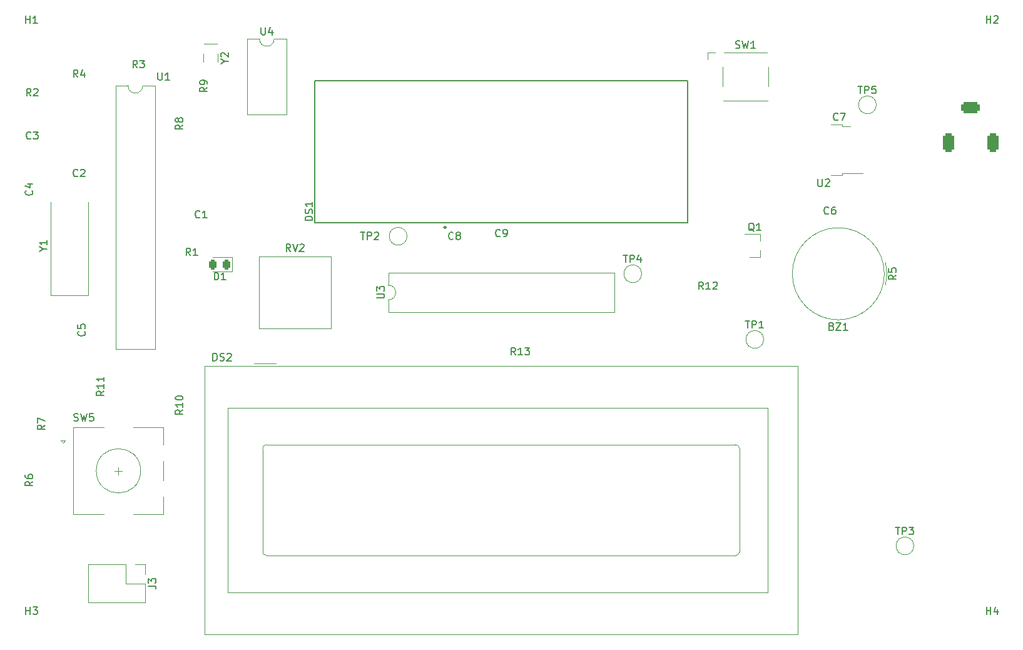
<source format=gbr>
%TF.GenerationSoftware,KiCad,Pcbnew,(6.0.5-0)*%
%TF.CreationDate,2022-07-22T21:53:24-07:00*%
%TF.ProjectId,Gitclock,47697463-6c6f-4636-9b2e-6b696361645f,rev?*%
%TF.SameCoordinates,PX4c4db10PY8b48bd0*%
%TF.FileFunction,Legend,Top*%
%TF.FilePolarity,Positive*%
%FSLAX46Y46*%
G04 Gerber Fmt 4.6, Leading zero omitted, Abs format (unit mm)*
G04 Created by KiCad (PCBNEW (6.0.5-0)) date 2022-07-22 21:53:24*
%MOMM*%
%LPD*%
G01*
G04 APERTURE LIST*
G04 Aperture macros list*
%AMRoundRect*
0 Rectangle with rounded corners*
0 $1 Rounding radius*
0 $2 $3 $4 $5 $6 $7 $8 $9 X,Y pos of 4 corners*
0 Add a 4 corners polygon primitive as box body*
4,1,4,$2,$3,$4,$5,$6,$7,$8,$9,$2,$3,0*
0 Add four circle primitives for the rounded corners*
1,1,$1+$1,$2,$3*
1,1,$1+$1,$4,$5*
1,1,$1+$1,$6,$7*
1,1,$1+$1,$8,$9*
0 Add four rect primitives between the rounded corners*
20,1,$1+$1,$2,$3,$4,$5,0*
20,1,$1+$1,$4,$5,$6,$7,0*
20,1,$1+$1,$6,$7,$8,$9,0*
20,1,$1+$1,$8,$9,$2,$3,0*%
G04 Aperture macros list end*
%ADD10C,0.150000*%
%ADD11C,0.120000*%
%ADD12C,0.250000*%
%ADD13C,3.200000*%
%ADD14R,2.200000X1.200000*%
%ADD15R,6.400000X5.800000*%
%ADD16R,1.600000X1.600000*%
%ADD17O,1.600000X1.600000*%
%ADD18C,3.000000*%
%ADD19R,1.800000X2.600000*%
%ADD20O,1.800000X2.600000*%
%ADD21R,1.150000X1.400000*%
%ADD22R,1.400000X1.150000*%
%ADD23R,2.000000X4.500000*%
%ADD24R,1.700000X1.700000*%
%ADD25O,1.700000X1.700000*%
%ADD26C,2.000000*%
%ADD27C,1.440000*%
%ADD28R,2.000000X2.000000*%
%ADD29R,1.600000X1.400000*%
%ADD30R,0.900000X0.800000*%
%ADD31R,1.800000X1.000000*%
%ADD32R,1.400000X1.400000*%
%ADD33C,1.400000*%
%ADD34RoundRect,0.243750X0.243750X0.456250X-0.243750X0.456250X-0.243750X-0.456250X0.243750X-0.456250X0*%
%ADD35RoundRect,0.400000X-0.400000X0.900000X-0.400000X-0.900000X0.400000X-0.900000X0.400000X0.900000X0*%
%ADD36RoundRect,0.400000X-0.900000X0.400000X-0.900000X-0.400000X0.900000X-0.400000X0.900000X0.400000X0*%
%ADD37R,3.000000X3.000000*%
G04 APERTURE END LIST*
D10*
%TO.C,H4*%
X134228095Y9797620D02*
X134228095Y10797620D01*
X134228095Y10321429D02*
X134799523Y10321429D01*
X134799523Y9797620D02*
X134799523Y10797620D01*
X135704285Y10464286D02*
X135704285Y9797620D01*
X135466190Y10845239D02*
X135228095Y10130953D01*
X135847142Y10130953D01*
%TO.C,U2*%
X111423095Y68692620D02*
X111423095Y67883096D01*
X111470714Y67787858D01*
X111518333Y67740239D01*
X111613571Y67692620D01*
X111804047Y67692620D01*
X111899285Y67740239D01*
X111946904Y67787858D01*
X111994523Y67883096D01*
X111994523Y68692620D01*
X112423095Y68597381D02*
X112470714Y68645000D01*
X112565952Y68692620D01*
X112804047Y68692620D01*
X112899285Y68645000D01*
X112946904Y68597381D01*
X112994523Y68502143D01*
X112994523Y68406905D01*
X112946904Y68264048D01*
X112375476Y67692620D01*
X112994523Y67692620D01*
%TO.C,U4*%
X36078095Y89227620D02*
X36078095Y88418096D01*
X36125714Y88322858D01*
X36173333Y88275239D01*
X36268571Y88227620D01*
X36459047Y88227620D01*
X36554285Y88275239D01*
X36601904Y88322858D01*
X36649523Y88418096D01*
X36649523Y89227620D01*
X37554285Y88894286D02*
X37554285Y88227620D01*
X37316190Y89275239D02*
X37078095Y88560953D01*
X37697142Y88560953D01*
%TO.C,DS2*%
X29545714Y44115120D02*
X29545714Y45115120D01*
X29783809Y45115120D01*
X29926666Y45067500D01*
X30021904Y44972262D01*
X30069523Y44877024D01*
X30117142Y44686548D01*
X30117142Y44543691D01*
X30069523Y44353215D01*
X30021904Y44257977D01*
X29926666Y44162739D01*
X29783809Y44115120D01*
X29545714Y44115120D01*
X30498095Y44162739D02*
X30640952Y44115120D01*
X30879047Y44115120D01*
X30974285Y44162739D01*
X31021904Y44210358D01*
X31069523Y44305596D01*
X31069523Y44400834D01*
X31021904Y44496072D01*
X30974285Y44543691D01*
X30879047Y44591310D01*
X30688571Y44638929D01*
X30593333Y44686548D01*
X30545714Y44734167D01*
X30498095Y44829405D01*
X30498095Y44924643D01*
X30545714Y45019881D01*
X30593333Y45067500D01*
X30688571Y45115120D01*
X30926666Y45115120D01*
X31069523Y45067500D01*
X31450476Y45019881D02*
X31498095Y45067500D01*
X31593333Y45115120D01*
X31831428Y45115120D01*
X31926666Y45067500D01*
X31974285Y45019881D01*
X32021904Y44924643D01*
X32021904Y44829405D01*
X31974285Y44686548D01*
X31402857Y44115120D01*
X32021904Y44115120D01*
%TO.C,R2*%
X4913333Y79937620D02*
X4580000Y80413810D01*
X4341904Y79937620D02*
X4341904Y80937620D01*
X4722857Y80937620D01*
X4818095Y80890000D01*
X4865714Y80842381D01*
X4913333Y80747143D01*
X4913333Y80604286D01*
X4865714Y80509048D01*
X4818095Y80461429D01*
X4722857Y80413810D01*
X4341904Y80413810D01*
X5294285Y80842381D02*
X5341904Y80890000D01*
X5437142Y80937620D01*
X5675238Y80937620D01*
X5770476Y80890000D01*
X5818095Y80842381D01*
X5865714Y80747143D01*
X5865714Y80651905D01*
X5818095Y80509048D01*
X5246666Y79937620D01*
X5865714Y79937620D01*
%TO.C,U1*%
X22098095Y83097620D02*
X22098095Y82288096D01*
X22145714Y82192858D01*
X22193333Y82145239D01*
X22288571Y82097620D01*
X22479047Y82097620D01*
X22574285Y82145239D01*
X22621904Y82192858D01*
X22669523Y82288096D01*
X22669523Y83097620D01*
X23669523Y82097620D02*
X23098095Y82097620D01*
X23383809Y82097620D02*
X23383809Y83097620D01*
X23288571Y82954762D01*
X23193333Y82859524D01*
X23098095Y82811905D01*
%TO.C,R9*%
X28772380Y81113334D02*
X28296190Y80780000D01*
X28772380Y80541905D02*
X27772380Y80541905D01*
X27772380Y80922858D01*
X27820000Y81018096D01*
X27867619Y81065715D01*
X27962857Y81113334D01*
X28105714Y81113334D01*
X28200952Y81065715D01*
X28248571Y81018096D01*
X28296190Y80922858D01*
X28296190Y80541905D01*
X28772380Y81589524D02*
X28772380Y81780000D01*
X28724761Y81875239D01*
X28677142Y81922858D01*
X28534285Y82018096D01*
X28343809Y82065715D01*
X27962857Y82065715D01*
X27867619Y82018096D01*
X27820000Y81970477D01*
X27772380Y81875239D01*
X27772380Y81684762D01*
X27820000Y81589524D01*
X27867619Y81541905D01*
X27962857Y81494286D01*
X28200952Y81494286D01*
X28296190Y81541905D01*
X28343809Y81589524D01*
X28391428Y81684762D01*
X28391428Y81875239D01*
X28343809Y81970477D01*
X28296190Y82018096D01*
X28200952Y82065715D01*
%TO.C,C8*%
X62063333Y60602858D02*
X62015714Y60555239D01*
X61872857Y60507620D01*
X61777619Y60507620D01*
X61634761Y60555239D01*
X61539523Y60650477D01*
X61491904Y60745715D01*
X61444285Y60936191D01*
X61444285Y61079048D01*
X61491904Y61269524D01*
X61539523Y61364762D01*
X61634761Y61460000D01*
X61777619Y61507620D01*
X61872857Y61507620D01*
X62015714Y61460000D01*
X62063333Y61412381D01*
X62634761Y61079048D02*
X62539523Y61126667D01*
X62491904Y61174286D01*
X62444285Y61269524D01*
X62444285Y61317143D01*
X62491904Y61412381D01*
X62539523Y61460000D01*
X62634761Y61507620D01*
X62825238Y61507620D01*
X62920476Y61460000D01*
X62968095Y61412381D01*
X63015714Y61317143D01*
X63015714Y61269524D01*
X62968095Y61174286D01*
X62920476Y61126667D01*
X62825238Y61079048D01*
X62634761Y61079048D01*
X62539523Y61031429D01*
X62491904Y60983810D01*
X62444285Y60888572D01*
X62444285Y60698096D01*
X62491904Y60602858D01*
X62539523Y60555239D01*
X62634761Y60507620D01*
X62825238Y60507620D01*
X62920476Y60555239D01*
X62968095Y60602858D01*
X63015714Y60698096D01*
X63015714Y60888572D01*
X62968095Y60983810D01*
X62920476Y61031429D01*
X62825238Y61079048D01*
%TO.C,R6*%
X5152380Y27773334D02*
X4676190Y27440000D01*
X5152380Y27201905D02*
X4152380Y27201905D01*
X4152380Y27582858D01*
X4200000Y27678096D01*
X4247619Y27725715D01*
X4342857Y27773334D01*
X4485714Y27773334D01*
X4580952Y27725715D01*
X4628571Y27678096D01*
X4676190Y27582858D01*
X4676190Y27201905D01*
X4152380Y28630477D02*
X4152380Y28440000D01*
X4200000Y28344762D01*
X4247619Y28297143D01*
X4390476Y28201905D01*
X4580952Y28154286D01*
X4961904Y28154286D01*
X5057142Y28201905D01*
X5104761Y28249524D01*
X5152380Y28344762D01*
X5152380Y28535239D01*
X5104761Y28630477D01*
X5057142Y28678096D01*
X4961904Y28725715D01*
X4723809Y28725715D01*
X4628571Y28678096D01*
X4580952Y28630477D01*
X4533333Y28535239D01*
X4533333Y28344762D01*
X4580952Y28249524D01*
X4628571Y28201905D01*
X4723809Y28154286D01*
%TO.C,Y1*%
X6586190Y59213810D02*
X7062380Y59213810D01*
X6062380Y58880477D02*
X6586190Y59213810D01*
X6062380Y59547143D01*
X7062380Y60404286D02*
X7062380Y59832858D01*
X7062380Y60118572D02*
X6062380Y60118572D01*
X6205238Y60023334D01*
X6300476Y59928096D01*
X6348095Y59832858D01*
%TO.C,C5*%
X12167142Y48093334D02*
X12214761Y48045715D01*
X12262380Y47902858D01*
X12262380Y47807620D01*
X12214761Y47664762D01*
X12119523Y47569524D01*
X12024285Y47521905D01*
X11833809Y47474286D01*
X11690952Y47474286D01*
X11500476Y47521905D01*
X11405238Y47569524D01*
X11310000Y47664762D01*
X11262380Y47807620D01*
X11262380Y47902858D01*
X11310000Y48045715D01*
X11357619Y48093334D01*
X11262380Y48998096D02*
X11262380Y48521905D01*
X11738571Y48474286D01*
X11690952Y48521905D01*
X11643333Y48617143D01*
X11643333Y48855239D01*
X11690952Y48950477D01*
X11738571Y48998096D01*
X11833809Y49045715D01*
X12071904Y49045715D01*
X12167142Y48998096D01*
X12214761Y48950477D01*
X12262380Y48855239D01*
X12262380Y48617143D01*
X12214761Y48521905D01*
X12167142Y48474286D01*
%TO.C,C6*%
X112863333Y64032858D02*
X112815714Y63985239D01*
X112672857Y63937620D01*
X112577619Y63937620D01*
X112434761Y63985239D01*
X112339523Y64080477D01*
X112291904Y64175715D01*
X112244285Y64366191D01*
X112244285Y64509048D01*
X112291904Y64699524D01*
X112339523Y64794762D01*
X112434761Y64890000D01*
X112577619Y64937620D01*
X112672857Y64937620D01*
X112815714Y64890000D01*
X112863333Y64842381D01*
X113720476Y64937620D02*
X113530000Y64937620D01*
X113434761Y64890000D01*
X113387142Y64842381D01*
X113291904Y64699524D01*
X113244285Y64509048D01*
X113244285Y64128096D01*
X113291904Y64032858D01*
X113339523Y63985239D01*
X113434761Y63937620D01*
X113625238Y63937620D01*
X113720476Y63985239D01*
X113768095Y64032858D01*
X113815714Y64128096D01*
X113815714Y64366191D01*
X113768095Y64461429D01*
X113720476Y64509048D01*
X113625238Y64556667D01*
X113434761Y64556667D01*
X113339523Y64509048D01*
X113291904Y64461429D01*
X113244285Y64366191D01*
%TO.C,U3*%
X51727380Y52588096D02*
X52536904Y52588096D01*
X52632142Y52635715D01*
X52679761Y52683334D01*
X52727380Y52778572D01*
X52727380Y52969048D01*
X52679761Y53064286D01*
X52632142Y53111905D01*
X52536904Y53159524D01*
X51727380Y53159524D01*
X51727380Y53540477D02*
X51727380Y54159524D01*
X52108333Y53826191D01*
X52108333Y53969048D01*
X52155952Y54064286D01*
X52203571Y54111905D01*
X52298809Y54159524D01*
X52536904Y54159524D01*
X52632142Y54111905D01*
X52679761Y54064286D01*
X52727380Y53969048D01*
X52727380Y53683334D01*
X52679761Y53588096D01*
X52632142Y53540477D01*
%TO.C,J3*%
X20832380Y13636667D02*
X21546666Y13636667D01*
X21689523Y13589048D01*
X21784761Y13493810D01*
X21832380Y13350953D01*
X21832380Y13255715D01*
X20832380Y14017620D02*
X20832380Y14636667D01*
X21213333Y14303334D01*
X21213333Y14446191D01*
X21260952Y14541429D01*
X21308571Y14589048D01*
X21403809Y14636667D01*
X21641904Y14636667D01*
X21737142Y14589048D01*
X21784761Y14541429D01*
X21832380Y14446191D01*
X21832380Y14160477D01*
X21784761Y14065239D01*
X21737142Y14017620D01*
%TO.C,TP4*%
X85098095Y58425620D02*
X85669523Y58425620D01*
X85383809Y57425620D02*
X85383809Y58425620D01*
X86002857Y57425620D02*
X86002857Y58425620D01*
X86383809Y58425620D01*
X86479047Y58378000D01*
X86526666Y58330381D01*
X86574285Y58235143D01*
X86574285Y58092286D01*
X86526666Y57997048D01*
X86479047Y57949429D01*
X86383809Y57901810D01*
X86002857Y57901810D01*
X87431428Y58092286D02*
X87431428Y57425620D01*
X87193333Y58473239D02*
X86955238Y57758953D01*
X87574285Y57758953D01*
%TO.C,R4*%
X11263333Y82477620D02*
X10930000Y82953810D01*
X10691904Y82477620D02*
X10691904Y83477620D01*
X11072857Y83477620D01*
X11168095Y83430000D01*
X11215714Y83382381D01*
X11263333Y83287143D01*
X11263333Y83144286D01*
X11215714Y83049048D01*
X11168095Y83001429D01*
X11072857Y82953810D01*
X10691904Y82953810D01*
X12120476Y83144286D02*
X12120476Y82477620D01*
X11882380Y83525239D02*
X11644285Y82810953D01*
X12263333Y82810953D01*
%TO.C,H2*%
X134228095Y89797620D02*
X134228095Y90797620D01*
X134228095Y90321429D02*
X134799523Y90321429D01*
X134799523Y89797620D02*
X134799523Y90797620D01*
X135228095Y90702381D02*
X135275714Y90750000D01*
X135370952Y90797620D01*
X135609047Y90797620D01*
X135704285Y90750000D01*
X135751904Y90702381D01*
X135799523Y90607143D01*
X135799523Y90511905D01*
X135751904Y90369048D01*
X135180476Y89797620D01*
X135799523Y89797620D01*
%TO.C,RV2*%
X40044761Y58902620D02*
X39711428Y59378810D01*
X39473333Y58902620D02*
X39473333Y59902620D01*
X39854285Y59902620D01*
X39949523Y59855000D01*
X39997142Y59807381D01*
X40044761Y59712143D01*
X40044761Y59569286D01*
X39997142Y59474048D01*
X39949523Y59426429D01*
X39854285Y59378810D01*
X39473333Y59378810D01*
X40330476Y59902620D02*
X40663809Y58902620D01*
X40997142Y59902620D01*
X41282857Y59807381D02*
X41330476Y59855000D01*
X41425714Y59902620D01*
X41663809Y59902620D01*
X41759047Y59855000D01*
X41806666Y59807381D01*
X41854285Y59712143D01*
X41854285Y59616905D01*
X41806666Y59474048D01*
X41235238Y58902620D01*
X41854285Y58902620D01*
%TO.C,SW5*%
X10726666Y36005239D02*
X10869523Y35957620D01*
X11107619Y35957620D01*
X11202857Y36005239D01*
X11250476Y36052858D01*
X11298095Y36148096D01*
X11298095Y36243334D01*
X11250476Y36338572D01*
X11202857Y36386191D01*
X11107619Y36433810D01*
X10917142Y36481429D01*
X10821904Y36529048D01*
X10774285Y36576667D01*
X10726666Y36671905D01*
X10726666Y36767143D01*
X10774285Y36862381D01*
X10821904Y36910000D01*
X10917142Y36957620D01*
X11155238Y36957620D01*
X11298095Y36910000D01*
X11631428Y36957620D02*
X11869523Y35957620D01*
X12060000Y36671905D01*
X12250476Y35957620D01*
X12488571Y36957620D01*
X13345714Y36957620D02*
X12869523Y36957620D01*
X12821904Y36481429D01*
X12869523Y36529048D01*
X12964761Y36576667D01*
X13202857Y36576667D01*
X13298095Y36529048D01*
X13345714Y36481429D01*
X13393333Y36386191D01*
X13393333Y36148096D01*
X13345714Y36052858D01*
X13298095Y36005239D01*
X13202857Y35957620D01*
X12964761Y35957620D01*
X12869523Y36005239D01*
X12821904Y36052858D01*
%TO.C,R7*%
X6802380Y35393334D02*
X6326190Y35060000D01*
X6802380Y34821905D02*
X5802380Y34821905D01*
X5802380Y35202858D01*
X5850000Y35298096D01*
X5897619Y35345715D01*
X5992857Y35393334D01*
X6135714Y35393334D01*
X6230952Y35345715D01*
X6278571Y35298096D01*
X6326190Y35202858D01*
X6326190Y34821905D01*
X5802380Y35726667D02*
X5802380Y36393334D01*
X6802380Y35964762D01*
%TO.C,H3*%
X4228095Y9797620D02*
X4228095Y10797620D01*
X4228095Y10321429D02*
X4799523Y10321429D01*
X4799523Y9797620D02*
X4799523Y10797620D01*
X5180476Y10797620D02*
X5799523Y10797620D01*
X5466190Y10416667D01*
X5609047Y10416667D01*
X5704285Y10369048D01*
X5751904Y10321429D01*
X5799523Y10226191D01*
X5799523Y9988096D01*
X5751904Y9892858D01*
X5704285Y9845239D01*
X5609047Y9797620D01*
X5323333Y9797620D01*
X5228095Y9845239D01*
X5180476Y9892858D01*
%TO.C,SW1*%
X100266666Y86445239D02*
X100409523Y86397620D01*
X100647619Y86397620D01*
X100742857Y86445239D01*
X100790476Y86492858D01*
X100838095Y86588096D01*
X100838095Y86683334D01*
X100790476Y86778572D01*
X100742857Y86826191D01*
X100647619Y86873810D01*
X100457142Y86921429D01*
X100361904Y86969048D01*
X100314285Y87016667D01*
X100266666Y87111905D01*
X100266666Y87207143D01*
X100314285Y87302381D01*
X100361904Y87350000D01*
X100457142Y87397620D01*
X100695238Y87397620D01*
X100838095Y87350000D01*
X101171428Y87397620D02*
X101409523Y86397620D01*
X101600000Y87111905D01*
X101790476Y86397620D01*
X102028571Y87397620D01*
X102933333Y86397620D02*
X102361904Y86397620D01*
X102647619Y86397620D02*
X102647619Y87397620D01*
X102552380Y87254762D01*
X102457142Y87159524D01*
X102361904Y87111905D01*
%TO.C,R12*%
X95877142Y53777620D02*
X95543809Y54253810D01*
X95305714Y53777620D02*
X95305714Y54777620D01*
X95686666Y54777620D01*
X95781904Y54730000D01*
X95829523Y54682381D01*
X95877142Y54587143D01*
X95877142Y54444286D01*
X95829523Y54349048D01*
X95781904Y54301429D01*
X95686666Y54253810D01*
X95305714Y54253810D01*
X96829523Y53777620D02*
X96258095Y53777620D01*
X96543809Y53777620D02*
X96543809Y54777620D01*
X96448571Y54634762D01*
X96353333Y54539524D01*
X96258095Y54491905D01*
X97210476Y54682381D02*
X97258095Y54730000D01*
X97353333Y54777620D01*
X97591428Y54777620D01*
X97686666Y54730000D01*
X97734285Y54682381D01*
X97781904Y54587143D01*
X97781904Y54491905D01*
X97734285Y54349048D01*
X97162857Y53777620D01*
X97781904Y53777620D01*
%TO.C,R3*%
X19303333Y83747620D02*
X18970000Y84223810D01*
X18731904Y83747620D02*
X18731904Y84747620D01*
X19112857Y84747620D01*
X19208095Y84700000D01*
X19255714Y84652381D01*
X19303333Y84557143D01*
X19303333Y84414286D01*
X19255714Y84319048D01*
X19208095Y84271429D01*
X19112857Y84223810D01*
X18731904Y84223810D01*
X19636666Y84747620D02*
X20255714Y84747620D01*
X19922380Y84366667D01*
X20065238Y84366667D01*
X20160476Y84319048D01*
X20208095Y84271429D01*
X20255714Y84176191D01*
X20255714Y83938096D01*
X20208095Y83842858D01*
X20160476Y83795239D01*
X20065238Y83747620D01*
X19779523Y83747620D01*
X19684285Y83795239D01*
X19636666Y83842858D01*
%TO.C,H1*%
X4228095Y89797620D02*
X4228095Y90797620D01*
X4228095Y90321429D02*
X4799523Y90321429D01*
X4799523Y89797620D02*
X4799523Y90797620D01*
X5799523Y89797620D02*
X5228095Y89797620D01*
X5513809Y89797620D02*
X5513809Y90797620D01*
X5418571Y90654762D01*
X5323333Y90559524D01*
X5228095Y90511905D01*
%TO.C,TP2*%
X49538095Y61507620D02*
X50109523Y61507620D01*
X49823809Y60507620D02*
X49823809Y61507620D01*
X50442857Y60507620D02*
X50442857Y61507620D01*
X50823809Y61507620D01*
X50919047Y61460000D01*
X50966666Y61412381D01*
X51014285Y61317143D01*
X51014285Y61174286D01*
X50966666Y61079048D01*
X50919047Y61031429D01*
X50823809Y60983810D01*
X50442857Y60983810D01*
X51395238Y61412381D02*
X51442857Y61460000D01*
X51538095Y61507620D01*
X51776190Y61507620D01*
X51871428Y61460000D01*
X51919047Y61412381D01*
X51966666Y61317143D01*
X51966666Y61221905D01*
X51919047Y61079048D01*
X51347619Y60507620D01*
X51966666Y60507620D01*
%TO.C,R11*%
X14802380Y39997143D02*
X14326190Y39663810D01*
X14802380Y39425715D02*
X13802380Y39425715D01*
X13802380Y39806667D01*
X13850000Y39901905D01*
X13897619Y39949524D01*
X13992857Y39997143D01*
X14135714Y39997143D01*
X14230952Y39949524D01*
X14278571Y39901905D01*
X14326190Y39806667D01*
X14326190Y39425715D01*
X14802380Y40949524D02*
X14802380Y40378096D01*
X14802380Y40663810D02*
X13802380Y40663810D01*
X13945238Y40568572D01*
X14040476Y40473334D01*
X14088095Y40378096D01*
X14802380Y41901905D02*
X14802380Y41330477D01*
X14802380Y41616191D02*
X13802380Y41616191D01*
X13945238Y41520953D01*
X14040476Y41425715D01*
X14088095Y41330477D01*
%TO.C,Q1*%
X102774761Y61642381D02*
X102679523Y61690000D01*
X102584285Y61785239D01*
X102441428Y61928096D01*
X102346190Y61975715D01*
X102250952Y61975715D01*
X102298571Y61737620D02*
X102203333Y61785239D01*
X102108095Y61880477D01*
X102060476Y62070953D01*
X102060476Y62404286D01*
X102108095Y62594762D01*
X102203333Y62690000D01*
X102298571Y62737620D01*
X102489047Y62737620D01*
X102584285Y62690000D01*
X102679523Y62594762D01*
X102727142Y62404286D01*
X102727142Y62070953D01*
X102679523Y61880477D01*
X102584285Y61785239D01*
X102489047Y61737620D01*
X102298571Y61737620D01*
X103679523Y61737620D02*
X103108095Y61737620D01*
X103393809Y61737620D02*
X103393809Y62737620D01*
X103298571Y62594762D01*
X103203333Y62499524D01*
X103108095Y62451905D01*
%TO.C,TP1*%
X101608095Y49535620D02*
X102179523Y49535620D01*
X101893809Y48535620D02*
X101893809Y49535620D01*
X102512857Y48535620D02*
X102512857Y49535620D01*
X102893809Y49535620D01*
X102989047Y49488000D01*
X103036666Y49440381D01*
X103084285Y49345143D01*
X103084285Y49202286D01*
X103036666Y49107048D01*
X102989047Y49059429D01*
X102893809Y49011810D01*
X102512857Y49011810D01*
X104036666Y48535620D02*
X103465238Y48535620D01*
X103750952Y48535620D02*
X103750952Y49535620D01*
X103655714Y49392762D01*
X103560476Y49297524D01*
X103465238Y49249905D01*
%TO.C,R10*%
X25472380Y37457143D02*
X24996190Y37123810D01*
X25472380Y36885715D02*
X24472380Y36885715D01*
X24472380Y37266667D01*
X24520000Y37361905D01*
X24567619Y37409524D01*
X24662857Y37457143D01*
X24805714Y37457143D01*
X24900952Y37409524D01*
X24948571Y37361905D01*
X24996190Y37266667D01*
X24996190Y36885715D01*
X25472380Y38409524D02*
X25472380Y37838096D01*
X25472380Y38123810D02*
X24472380Y38123810D01*
X24615238Y38028572D01*
X24710476Y37933334D01*
X24758095Y37838096D01*
X24472380Y39028572D02*
X24472380Y39123810D01*
X24520000Y39219048D01*
X24567619Y39266667D01*
X24662857Y39314286D01*
X24853333Y39361905D01*
X25091428Y39361905D01*
X25281904Y39314286D01*
X25377142Y39266667D01*
X25424761Y39219048D01*
X25472380Y39123810D01*
X25472380Y39028572D01*
X25424761Y38933334D01*
X25377142Y38885715D01*
X25281904Y38838096D01*
X25091428Y38790477D01*
X24853333Y38790477D01*
X24662857Y38838096D01*
X24567619Y38885715D01*
X24520000Y38933334D01*
X24472380Y39028572D01*
%TO.C,C3*%
X4913333Y74192858D02*
X4865714Y74145239D01*
X4722857Y74097620D01*
X4627619Y74097620D01*
X4484761Y74145239D01*
X4389523Y74240477D01*
X4341904Y74335715D01*
X4294285Y74526191D01*
X4294285Y74669048D01*
X4341904Y74859524D01*
X4389523Y74954762D01*
X4484761Y75050000D01*
X4627619Y75097620D01*
X4722857Y75097620D01*
X4865714Y75050000D01*
X4913333Y75002381D01*
X5246666Y75097620D02*
X5865714Y75097620D01*
X5532380Y74716667D01*
X5675238Y74716667D01*
X5770476Y74669048D01*
X5818095Y74621429D01*
X5865714Y74526191D01*
X5865714Y74288096D01*
X5818095Y74192858D01*
X5770476Y74145239D01*
X5675238Y74097620D01*
X5389523Y74097620D01*
X5294285Y74145239D01*
X5246666Y74192858D01*
%TO.C,TP5*%
X116848095Y81285620D02*
X117419523Y81285620D01*
X117133809Y80285620D02*
X117133809Y81285620D01*
X117752857Y80285620D02*
X117752857Y81285620D01*
X118133809Y81285620D01*
X118229047Y81238000D01*
X118276666Y81190381D01*
X118324285Y81095143D01*
X118324285Y80952286D01*
X118276666Y80857048D01*
X118229047Y80809429D01*
X118133809Y80761810D01*
X117752857Y80761810D01*
X119229047Y81285620D02*
X118752857Y81285620D01*
X118705238Y80809429D01*
X118752857Y80857048D01*
X118848095Y80904667D01*
X119086190Y80904667D01*
X119181428Y80857048D01*
X119229047Y80809429D01*
X119276666Y80714191D01*
X119276666Y80476096D01*
X119229047Y80380858D01*
X119181428Y80333239D01*
X119086190Y80285620D01*
X118848095Y80285620D01*
X118752857Y80333239D01*
X118705238Y80380858D01*
%TO.C,Y2*%
X31136190Y84613810D02*
X31612380Y84613810D01*
X30612380Y84280477D02*
X31136190Y84613810D01*
X30612380Y84947143D01*
X30707619Y85232858D02*
X30660000Y85280477D01*
X30612380Y85375715D01*
X30612380Y85613810D01*
X30660000Y85709048D01*
X30707619Y85756667D01*
X30802857Y85804286D01*
X30898095Y85804286D01*
X31040952Y85756667D01*
X31612380Y85185239D01*
X31612380Y85804286D01*
%TO.C,C1*%
X27773333Y63522858D02*
X27725714Y63475239D01*
X27582857Y63427620D01*
X27487619Y63427620D01*
X27344761Y63475239D01*
X27249523Y63570477D01*
X27201904Y63665715D01*
X27154285Y63856191D01*
X27154285Y63999048D01*
X27201904Y64189524D01*
X27249523Y64284762D01*
X27344761Y64380000D01*
X27487619Y64427620D01*
X27582857Y64427620D01*
X27725714Y64380000D01*
X27773333Y64332381D01*
X28725714Y63427620D02*
X28154285Y63427620D01*
X28440000Y63427620D02*
X28440000Y64427620D01*
X28344761Y64284762D01*
X28249523Y64189524D01*
X28154285Y64141905D01*
%TO.C,TP3*%
X121928095Y21595620D02*
X122499523Y21595620D01*
X122213809Y20595620D02*
X122213809Y21595620D01*
X122832857Y20595620D02*
X122832857Y21595620D01*
X123213809Y21595620D01*
X123309047Y21548000D01*
X123356666Y21500381D01*
X123404285Y21405143D01*
X123404285Y21262286D01*
X123356666Y21167048D01*
X123309047Y21119429D01*
X123213809Y21071810D01*
X122832857Y21071810D01*
X123737619Y21595620D02*
X124356666Y21595620D01*
X124023333Y21214667D01*
X124166190Y21214667D01*
X124261428Y21167048D01*
X124309047Y21119429D01*
X124356666Y21024191D01*
X124356666Y20786096D01*
X124309047Y20690858D01*
X124261428Y20643239D01*
X124166190Y20595620D01*
X123880476Y20595620D01*
X123785238Y20643239D01*
X123737619Y20690858D01*
%TO.C,DS1*%
X43007380Y63100596D02*
X42007380Y63100596D01*
X42007380Y63338691D01*
X42055000Y63481548D01*
X42150238Y63576786D01*
X42245476Y63624405D01*
X42435952Y63672024D01*
X42578809Y63672024D01*
X42769285Y63624405D01*
X42864523Y63576786D01*
X42959761Y63481548D01*
X43007380Y63338691D01*
X43007380Y63100596D01*
X42959761Y64052977D02*
X43007380Y64195834D01*
X43007380Y64433929D01*
X42959761Y64529167D01*
X42912142Y64576786D01*
X42816904Y64624405D01*
X42721666Y64624405D01*
X42626428Y64576786D01*
X42578809Y64529167D01*
X42531190Y64433929D01*
X42483571Y64243453D01*
X42435952Y64148215D01*
X42388333Y64100596D01*
X42293095Y64052977D01*
X42197857Y64052977D01*
X42102619Y64100596D01*
X42055000Y64148215D01*
X42007380Y64243453D01*
X42007380Y64481548D01*
X42055000Y64624405D01*
X43007380Y65576786D02*
X43007380Y65005358D01*
X43007380Y65291072D02*
X42007380Y65291072D01*
X42150238Y65195834D01*
X42245476Y65100596D01*
X42293095Y65005358D01*
%TO.C,R8*%
X25472380Y76033334D02*
X24996190Y75700000D01*
X25472380Y75461905D02*
X24472380Y75461905D01*
X24472380Y75842858D01*
X24520000Y75938096D01*
X24567619Y75985715D01*
X24662857Y76033334D01*
X24805714Y76033334D01*
X24900952Y75985715D01*
X24948571Y75938096D01*
X24996190Y75842858D01*
X24996190Y75461905D01*
X24900952Y76604762D02*
X24853333Y76509524D01*
X24805714Y76461905D01*
X24710476Y76414286D01*
X24662857Y76414286D01*
X24567619Y76461905D01*
X24520000Y76509524D01*
X24472380Y76604762D01*
X24472380Y76795239D01*
X24520000Y76890477D01*
X24567619Y76938096D01*
X24662857Y76985715D01*
X24710476Y76985715D01*
X24805714Y76938096D01*
X24853333Y76890477D01*
X24900952Y76795239D01*
X24900952Y76604762D01*
X24948571Y76509524D01*
X24996190Y76461905D01*
X25091428Y76414286D01*
X25281904Y76414286D01*
X25377142Y76461905D01*
X25424761Y76509524D01*
X25472380Y76604762D01*
X25472380Y76795239D01*
X25424761Y76890477D01*
X25377142Y76938096D01*
X25281904Y76985715D01*
X25091428Y76985715D01*
X24996190Y76938096D01*
X24948571Y76890477D01*
X24900952Y76795239D01*
%TO.C,R13*%
X70477142Y44887620D02*
X70143809Y45363810D01*
X69905714Y44887620D02*
X69905714Y45887620D01*
X70286666Y45887620D01*
X70381904Y45840000D01*
X70429523Y45792381D01*
X70477142Y45697143D01*
X70477142Y45554286D01*
X70429523Y45459048D01*
X70381904Y45411429D01*
X70286666Y45363810D01*
X69905714Y45363810D01*
X71429523Y44887620D02*
X70858095Y44887620D01*
X71143809Y44887620D02*
X71143809Y45887620D01*
X71048571Y45744762D01*
X70953333Y45649524D01*
X70858095Y45601905D01*
X71762857Y45887620D02*
X72381904Y45887620D01*
X72048571Y45506667D01*
X72191428Y45506667D01*
X72286666Y45459048D01*
X72334285Y45411429D01*
X72381904Y45316191D01*
X72381904Y45078096D01*
X72334285Y44982858D01*
X72286666Y44935239D01*
X72191428Y44887620D01*
X71905714Y44887620D01*
X71810476Y44935239D01*
X71762857Y44982858D01*
%TO.C,R5*%
X121992380Y55713334D02*
X121516190Y55380000D01*
X121992380Y55141905D02*
X120992380Y55141905D01*
X120992380Y55522858D01*
X121040000Y55618096D01*
X121087619Y55665715D01*
X121182857Y55713334D01*
X121325714Y55713334D01*
X121420952Y55665715D01*
X121468571Y55618096D01*
X121516190Y55522858D01*
X121516190Y55141905D01*
X120992380Y56618096D02*
X120992380Y56141905D01*
X121468571Y56094286D01*
X121420952Y56141905D01*
X121373333Y56237143D01*
X121373333Y56475239D01*
X121420952Y56570477D01*
X121468571Y56618096D01*
X121563809Y56665715D01*
X121801904Y56665715D01*
X121897142Y56618096D01*
X121944761Y56570477D01*
X121992380Y56475239D01*
X121992380Y56237143D01*
X121944761Y56141905D01*
X121897142Y56094286D01*
%TO.C,R1*%
X26503333Y58347620D02*
X26170000Y58823810D01*
X25931904Y58347620D02*
X25931904Y59347620D01*
X26312857Y59347620D01*
X26408095Y59300000D01*
X26455714Y59252381D01*
X26503333Y59157143D01*
X26503333Y59014286D01*
X26455714Y58919048D01*
X26408095Y58871429D01*
X26312857Y58823810D01*
X25931904Y58823810D01*
X27455714Y58347620D02*
X26884285Y58347620D01*
X27170000Y58347620D02*
X27170000Y59347620D01*
X27074761Y59204762D01*
X26979523Y59109524D01*
X26884285Y59061905D01*
%TO.C,C2*%
X11263333Y69112858D02*
X11215714Y69065239D01*
X11072857Y69017620D01*
X10977619Y69017620D01*
X10834761Y69065239D01*
X10739523Y69160477D01*
X10691904Y69255715D01*
X10644285Y69446191D01*
X10644285Y69589048D01*
X10691904Y69779524D01*
X10739523Y69874762D01*
X10834761Y69970000D01*
X10977619Y70017620D01*
X11072857Y70017620D01*
X11215714Y69970000D01*
X11263333Y69922381D01*
X11644285Y69922381D02*
X11691904Y69970000D01*
X11787142Y70017620D01*
X12025238Y70017620D01*
X12120476Y69970000D01*
X12168095Y69922381D01*
X12215714Y69827143D01*
X12215714Y69731905D01*
X12168095Y69589048D01*
X11596666Y69017620D01*
X12215714Y69017620D01*
%TO.C,C4*%
X5057142Y67143334D02*
X5104761Y67095715D01*
X5152380Y66952858D01*
X5152380Y66857620D01*
X5104761Y66714762D01*
X5009523Y66619524D01*
X4914285Y66571905D01*
X4723809Y66524286D01*
X4580952Y66524286D01*
X4390476Y66571905D01*
X4295238Y66619524D01*
X4200000Y66714762D01*
X4152380Y66857620D01*
X4152380Y66952858D01*
X4200000Y67095715D01*
X4247619Y67143334D01*
X4485714Y68000477D02*
X5152380Y68000477D01*
X4104761Y67762381D02*
X4819047Y67524286D01*
X4819047Y68143334D01*
%TO.C,C9*%
X68413333Y60982858D02*
X68365714Y60935239D01*
X68222857Y60887620D01*
X68127619Y60887620D01*
X67984761Y60935239D01*
X67889523Y61030477D01*
X67841904Y61125715D01*
X67794285Y61316191D01*
X67794285Y61459048D01*
X67841904Y61649524D01*
X67889523Y61744762D01*
X67984761Y61840000D01*
X68127619Y61887620D01*
X68222857Y61887620D01*
X68365714Y61840000D01*
X68413333Y61792381D01*
X68889523Y60887620D02*
X69080000Y60887620D01*
X69175238Y60935239D01*
X69222857Y60982858D01*
X69318095Y61125715D01*
X69365714Y61316191D01*
X69365714Y61697143D01*
X69318095Y61792381D01*
X69270476Y61840000D01*
X69175238Y61887620D01*
X68984761Y61887620D01*
X68889523Y61840000D01*
X68841904Y61792381D01*
X68794285Y61697143D01*
X68794285Y61459048D01*
X68841904Y61363810D01*
X68889523Y61316191D01*
X68984761Y61268572D01*
X69175238Y61268572D01*
X69270476Y61316191D01*
X69318095Y61363810D01*
X69365714Y61459048D01*
%TO.C,C7*%
X114133333Y76732858D02*
X114085714Y76685239D01*
X113942857Y76637620D01*
X113847619Y76637620D01*
X113704761Y76685239D01*
X113609523Y76780477D01*
X113561904Y76875715D01*
X113514285Y77066191D01*
X113514285Y77209048D01*
X113561904Y77399524D01*
X113609523Y77494762D01*
X113704761Y77590000D01*
X113847619Y77637620D01*
X113942857Y77637620D01*
X114085714Y77590000D01*
X114133333Y77542381D01*
X114466666Y77637620D02*
X115133333Y77637620D01*
X114704761Y76637620D01*
%TO.C,D1*%
X29741904Y55047620D02*
X29741904Y56047620D01*
X29980000Y56047620D01*
X30122857Y56000000D01*
X30218095Y55904762D01*
X30265714Y55809524D01*
X30313333Y55619048D01*
X30313333Y55476191D01*
X30265714Y55285715D01*
X30218095Y55190477D01*
X30122857Y55095239D01*
X29980000Y55047620D01*
X29741904Y55047620D01*
X31265714Y55047620D02*
X30694285Y55047620D01*
X30980000Y55047620D02*
X30980000Y56047620D01*
X30884761Y55904762D01*
X30789523Y55809524D01*
X30694285Y55761905D01*
%TO.C,BZ1*%
X113289832Y48781429D02*
X113432689Y48733810D01*
X113480308Y48686191D01*
X113527927Y48590953D01*
X113527927Y48448096D01*
X113480308Y48352858D01*
X113432689Y48305239D01*
X113337451Y48257620D01*
X112956499Y48257620D01*
X112956499Y49257620D01*
X113289832Y49257620D01*
X113385070Y49210000D01*
X113432689Y49162381D01*
X113480308Y49067143D01*
X113480308Y48971905D01*
X113432689Y48876667D01*
X113385070Y48829048D01*
X113289832Y48781429D01*
X112956499Y48781429D01*
X113861261Y49257620D02*
X114527927Y49257620D01*
X113861261Y48257620D01*
X114527927Y48257620D01*
X115432689Y48257620D02*
X114861261Y48257620D01*
X115146975Y48257620D02*
X115146975Y49257620D01*
X115051737Y49114762D01*
X114956499Y49019524D01*
X114861261Y48971905D01*
D11*
%TO.C,U2*%
X113155000Y69195000D02*
X114655000Y69195000D01*
X114655000Y69465000D02*
X117485000Y69465000D01*
X114655000Y69195000D02*
X114655000Y69465000D01*
X114655000Y75825000D02*
X115755000Y75825000D01*
X114655000Y76095000D02*
X114655000Y75825000D01*
X113155000Y76095000D02*
X114655000Y76095000D01*
%TO.C,U4*%
X35840000Y87680000D02*
X34190000Y87680000D01*
X34190000Y87680000D02*
X34190000Y77400000D01*
X39490000Y77400000D02*
X39490000Y87680000D01*
X39490000Y87680000D02*
X37840000Y87680000D01*
X34190000Y77400000D02*
X39490000Y77400000D01*
X35840000Y87680000D02*
G75*
G03*
X37840000Y87680000I1000000J0D01*
G01*
%TO.C,DS2*%
X31580000Y12757500D02*
X31580000Y37757500D01*
X104580000Y37757500D02*
X104580000Y12757500D01*
X36280280Y18258180D02*
X36280280Y32257500D01*
X104580000Y12757500D02*
X31580000Y12757500D01*
X28440000Y7117500D02*
X108720000Y7117500D01*
X31580000Y37757500D02*
X104580000Y37757500D01*
X36780000Y32757500D02*
X100280000Y32757500D01*
X108720000Y43397500D02*
X29240000Y43397500D01*
X100780000Y32257500D02*
X100780000Y18257500D01*
X35080000Y43757500D02*
X38080000Y43757500D01*
X28440000Y43397500D02*
X28440000Y7117500D01*
X28450000Y43397500D02*
X29240000Y43397500D01*
X108720000Y7117500D02*
X108720000Y43397500D01*
X100280660Y17757500D02*
X36780000Y17757500D01*
X36280280Y18258180D02*
G75*
G03*
X36780660Y17757800I500380J0D01*
G01*
X100280660Y17757760D02*
G75*
G03*
X100781040Y18258180I-60J500440D01*
G01*
X36780660Y32759040D02*
G75*
G03*
X36280280Y32258660I0J-500380D01*
G01*
X100780000Y32257500D02*
G75*
G03*
X100280000Y32757500I-500000J0D01*
G01*
%TO.C,U1*%
X16400000Y45660000D02*
X21700000Y45660000D01*
X21700000Y45660000D02*
X21700000Y81340000D01*
X16400000Y81340000D02*
X16400000Y45660000D01*
X21700000Y81340000D02*
X20050000Y81340000D01*
X18050000Y81340000D02*
X16400000Y81340000D01*
X18050000Y81340000D02*
G75*
G03*
X20050000Y81340000I1000000J0D01*
G01*
%TO.C,Y1*%
X12710000Y52990000D02*
X12710000Y65590000D01*
X7610000Y52990000D02*
X12710000Y52990000D01*
X7610000Y65590000D02*
X7610000Y52990000D01*
%TO.C,U3*%
X83875000Y56000000D02*
X53275000Y56000000D01*
X53275000Y52350000D02*
X53275000Y50700000D01*
X53275000Y56000000D02*
X53275000Y54350000D01*
X53275000Y50700000D02*
X83875000Y50700000D01*
X83875000Y50700000D02*
X83875000Y56000000D01*
X53275000Y52350000D02*
G75*
G03*
X53275000Y54350000I0J1000000D01*
G01*
%TO.C,J3*%
X20380000Y11370000D02*
X12640000Y11370000D01*
X17780000Y13970000D02*
X20380000Y13970000D01*
X17780000Y16570000D02*
X17780000Y13970000D01*
X20380000Y16570000D02*
X20380000Y15240000D01*
X19050000Y16570000D02*
X20380000Y16570000D01*
X12640000Y16570000D02*
X12640000Y11370000D01*
X20380000Y13970000D02*
X20380000Y11370000D01*
X17780000Y16570000D02*
X12640000Y16570000D01*
%TO.C,TP4*%
X87560000Y55880000D02*
G75*
G03*
X87560000Y55880000I-1200000J0D01*
G01*
%TO.C,RV2*%
X45525000Y58225000D02*
X45525000Y48455000D01*
X35755000Y48455000D02*
X45525000Y48455000D01*
X35755000Y58225000D02*
X35755000Y48455000D01*
X35755000Y58225000D02*
X45525000Y58225000D01*
%TO.C,SW5*%
X22860000Y35110000D02*
X22860000Y32710000D01*
X10660000Y35110000D02*
X10660000Y23310000D01*
X14760000Y23310000D02*
X10660000Y23310000D01*
X22860000Y30510000D02*
X22860000Y27910000D01*
X8960000Y33310000D02*
X9560000Y33310000D01*
X9260000Y33010000D02*
X8960000Y33310000D01*
X9560000Y33310000D02*
X9260000Y33010000D01*
X18760000Y35110000D02*
X22860000Y35110000D01*
X16760000Y29710000D02*
X16760000Y28710000D01*
X22860000Y25710000D02*
X22860000Y23310000D01*
X14760000Y35110000D02*
X10660000Y35110000D01*
X22860000Y23310000D02*
X18760000Y23310000D01*
X16260000Y29210000D02*
X17260000Y29210000D01*
X19760000Y29210000D02*
G75*
G03*
X19760000Y29210000I-3000000J0D01*
G01*
%TO.C,SW1*%
X104500000Y85800000D02*
X98700000Y85800000D01*
X96500000Y84850000D02*
X96500000Y85850000D01*
X104700000Y83850000D02*
X104700000Y81250000D01*
X96500000Y85850000D02*
X97500000Y85850000D01*
X104600000Y79300000D02*
X98600000Y79300000D01*
X98500000Y83850000D02*
X98500000Y81250000D01*
%TO.C,TP2*%
X55805000Y60960000D02*
G75*
G03*
X55805000Y60960000I-1200000J0D01*
G01*
%TO.C,Q1*%
X103630000Y58110000D02*
X103630000Y59040000D01*
X103630000Y58110000D02*
X102170000Y58110000D01*
X103630000Y61270000D02*
X103630000Y60340000D01*
X103630000Y61270000D02*
X101470000Y61270000D01*
%TO.C,TP1*%
X104070000Y46990000D02*
G75*
G03*
X104070000Y46990000I-1200000J0D01*
G01*
%TO.C,TP5*%
X119310000Y78740000D02*
G75*
G03*
X119310000Y78740000I-1200000J0D01*
G01*
%TO.C,Y2*%
X28260000Y85640000D02*
X28260000Y84540000D01*
X30160000Y85640000D02*
X30160000Y84540000D01*
X30110000Y87040000D02*
X28310000Y87040000D01*
%TO.C,TP3*%
X124390000Y19050000D02*
G75*
G03*
X124390000Y19050000I-1200000J0D01*
G01*
D10*
%TO.C,DS1*%
X93805000Y62765000D02*
X43355000Y62765000D01*
X93805000Y82015000D02*
X43355000Y82015000D01*
X93805000Y62765000D02*
X93805000Y82015000D01*
X43355000Y62765000D02*
X43355000Y82015000D01*
D12*
X61085000Y62165000D02*
G75*
G03*
X61085000Y62165000I-125000J0D01*
G01*
D11*
%TO.C,D1*%
X29480000Y56190000D02*
X32165000Y56190000D01*
X32165000Y56190000D02*
X32165000Y58110000D01*
X32165000Y58110000D02*
X29480000Y58110000D01*
%TO.C,BZ1*%
X120570785Y54380000D02*
G75*
G03*
X120570785Y57379999I-6400000J1500000D01*
G01*
X120400785Y55880000D02*
G75*
G03*
X120400785Y55880000I-6230000J0D01*
G01*
%TD*%
%LPC*%
D13*
%TO.C,H4*%
X134990000Y6050000D03*
%TD*%
D14*
%TO.C,U2*%
X116385000Y70365000D03*
D15*
X110085000Y72645000D03*
D14*
X116385000Y74925000D03*
%TD*%
D16*
%TO.C,U4*%
X33030000Y86350000D03*
D17*
X33030000Y83810000D03*
X33030000Y81270000D03*
X33030000Y78730000D03*
X40650000Y78730000D03*
X40650000Y81270000D03*
X40650000Y83810000D03*
X40650000Y86350000D03*
%TD*%
D18*
%TO.C,DS2*%
X106080000Y40757500D03*
X31080900Y40757500D03*
X31080900Y9756800D03*
X106079480Y9756800D03*
D19*
X36580000Y40757500D03*
D20*
X39120000Y40757500D03*
X41660000Y40757500D03*
X44200000Y40757500D03*
X46740000Y40757500D03*
X49280000Y40757500D03*
X51820000Y40757500D03*
X54360000Y40757500D03*
X56900000Y40757500D03*
X59440000Y40757500D03*
X61980000Y40757500D03*
X64520000Y40757500D03*
X67060000Y40757500D03*
X69600000Y40757500D03*
X72140000Y40757500D03*
X74680000Y40757500D03*
%TD*%
D21*
%TO.C,R2*%
X4230000Y78740000D03*
X5930000Y78740000D03*
%TD*%
D16*
%TO.C,U1*%
X15240000Y80010000D03*
D17*
X15240000Y77470000D03*
X15240000Y74930000D03*
X15240000Y72390000D03*
X15240000Y69850000D03*
X15240000Y67310000D03*
X15240000Y64770000D03*
X15240000Y62230000D03*
X15240000Y59690000D03*
X15240000Y57150000D03*
X15240000Y54610000D03*
X15240000Y52070000D03*
X15240000Y49530000D03*
X15240000Y46990000D03*
X22860000Y46990000D03*
X22860000Y49530000D03*
X22860000Y52070000D03*
X22860000Y54610000D03*
X22860000Y57150000D03*
X22860000Y59690000D03*
X22860000Y62230000D03*
X22860000Y64770000D03*
X22860000Y67310000D03*
X22860000Y69850000D03*
X22860000Y72390000D03*
X22860000Y74930000D03*
X22860000Y77470000D03*
X22860000Y80010000D03*
%TD*%
D22*
%TO.C,R9*%
X26670000Y82130000D03*
X26670000Y80430000D03*
%TD*%
D21*
%TO.C,C8*%
X65620000Y59690000D03*
X63920000Y59690000D03*
%TD*%
D22*
%TO.C,R6*%
X6350000Y27090000D03*
X6350000Y28790000D03*
%TD*%
D23*
%TO.C,Y1*%
X10160000Y55440000D03*
X10160000Y63940000D03*
%TD*%
D22*
%TO.C,C5*%
X10160000Y49110000D03*
X10160000Y47410000D03*
%TD*%
D21*
%TO.C,C6*%
X113880000Y66040000D03*
X112180000Y66040000D03*
%TD*%
D16*
%TO.C,U3*%
X54605000Y49540000D03*
D17*
X57145000Y49540000D03*
X59685000Y49540000D03*
X62225000Y49540000D03*
X64765000Y49540000D03*
X67305000Y49540000D03*
X69845000Y49540000D03*
X72385000Y49540000D03*
X74925000Y49540000D03*
X77465000Y49540000D03*
X80005000Y49540000D03*
X82545000Y49540000D03*
X82545000Y57160000D03*
X80005000Y57160000D03*
X77465000Y57160000D03*
X74925000Y57160000D03*
X72385000Y57160000D03*
X69845000Y57160000D03*
X67305000Y57160000D03*
X64765000Y57160000D03*
X62225000Y57160000D03*
X59685000Y57160000D03*
X57145000Y57160000D03*
X54605000Y57160000D03*
%TD*%
D24*
%TO.C,J3*%
X19050000Y15240000D03*
D25*
X19050000Y12700000D03*
X16510000Y15240000D03*
X16510000Y12700000D03*
X13970000Y15240000D03*
X13970000Y12700000D03*
%TD*%
D26*
%TO.C,TP4*%
X86360000Y55880000D03*
%TD*%
D21*
%TO.C,R4*%
X10580000Y81280000D03*
X12280000Y81280000D03*
%TD*%
D13*
%TO.C,H2*%
X134990000Y86050000D03*
%TD*%
D27*
%TO.C,RV2*%
X40655000Y50800000D03*
X43195000Y53340000D03*
X40655000Y55880000D03*
%TD*%
D13*
%TO.C,SW5*%
X16760000Y34810000D03*
X16760000Y23610000D03*
D28*
X9260000Y31710000D03*
D26*
X9260000Y26710000D03*
X9260000Y29210000D03*
X23760000Y26710000D03*
X23760000Y31710000D03*
%TD*%
D22*
%TO.C,R7*%
X6350000Y32600000D03*
X6350000Y30900000D03*
%TD*%
D13*
%TO.C,H3*%
X4990000Y6050000D03*
%TD*%
D29*
%TO.C,SW1*%
X97600000Y84800000D03*
X105600000Y84800000D03*
X97600000Y80300000D03*
X105600000Y80300000D03*
%TD*%
D21*
%TO.C,R12*%
X97370000Y55880000D03*
X95670000Y55880000D03*
%TD*%
%TO.C,R3*%
X18620000Y82550000D03*
X20320000Y82550000D03*
%TD*%
D13*
%TO.C,H1*%
X4990000Y86050000D03*
%TD*%
D26*
%TO.C,TP2*%
X54605000Y60960000D03*
%TD*%
D22*
%TO.C,R11*%
X12700000Y41490000D03*
X12700000Y39790000D03*
%TD*%
D30*
%TO.C,Q1*%
X101870000Y60640000D03*
X101870000Y58740000D03*
X103870000Y59690000D03*
%TD*%
D26*
%TO.C,TP1*%
X102870000Y46990000D03*
%TD*%
D22*
%TO.C,R10*%
X26670000Y37250000D03*
X26670000Y38950000D03*
%TD*%
D21*
%TO.C,C3*%
X5930000Y76200000D03*
X4230000Y76200000D03*
%TD*%
D26*
%TO.C,TP5*%
X118110000Y78740000D03*
%TD*%
D31*
%TO.C,Y2*%
X29210000Y86340000D03*
X29210000Y83840000D03*
%TD*%
D21*
%TO.C,C1*%
X27090000Y62230000D03*
X28790000Y62230000D03*
%TD*%
D26*
%TO.C,TP3*%
X123190000Y19050000D03*
%TD*%
D32*
%TO.C,DS1*%
X60960000Y64770000D03*
D33*
X63500000Y64770000D03*
X66040000Y64770000D03*
X68580000Y64770000D03*
X71120000Y64770000D03*
X73660000Y64770000D03*
X76200000Y64770000D03*
X76200000Y80010000D03*
X73660000Y80010000D03*
X71120000Y80010000D03*
X68580000Y80010000D03*
X66040000Y80010000D03*
X63500000Y80010000D03*
X60960000Y80010000D03*
%TD*%
D22*
%TO.C,R8*%
X26670000Y75350000D03*
X26670000Y77050000D03*
%TD*%
D21*
%TO.C,R13*%
X71970000Y46990000D03*
X70270000Y46990000D03*
%TD*%
D22*
%TO.C,R5*%
X123190000Y55030000D03*
X123190000Y56730000D03*
%TD*%
D21*
%TO.C,R1*%
X25820000Y57150000D03*
X27520000Y57150000D03*
%TD*%
%TO.C,C2*%
X12280000Y71120000D03*
X10580000Y71120000D03*
%TD*%
D22*
%TO.C,C4*%
X6350000Y66460000D03*
X6350000Y68160000D03*
%TD*%
D21*
%TO.C,C9*%
X67730000Y59690000D03*
X69430000Y59690000D03*
%TD*%
%TO.C,C7*%
X115150000Y78740000D03*
X113450000Y78740000D03*
%TD*%
D34*
%TO.C,D1*%
X31417500Y57150000D03*
X29542500Y57150000D03*
%TD*%
D28*
%TO.C,BZ1*%
X116670785Y55880000D03*
D26*
X111670785Y55880000D03*
%TD*%
D24*
%TO.C,J2*%
X12700000Y86360000D03*
D25*
X15240000Y86360000D03*
X17780000Y86360000D03*
X20320000Y86360000D03*
X22860000Y86360000D03*
X25400000Y86360000D03*
%TD*%
D35*
%TO.C,J1*%
X135080000Y73660000D03*
X129080000Y73660000D03*
D36*
X132080000Y78360000D03*
%TD*%
D37*
%TO.C,BT1*%
X123190000Y48260000D03*
D18*
X123190000Y27770000D03*
%TD*%
M02*

</source>
